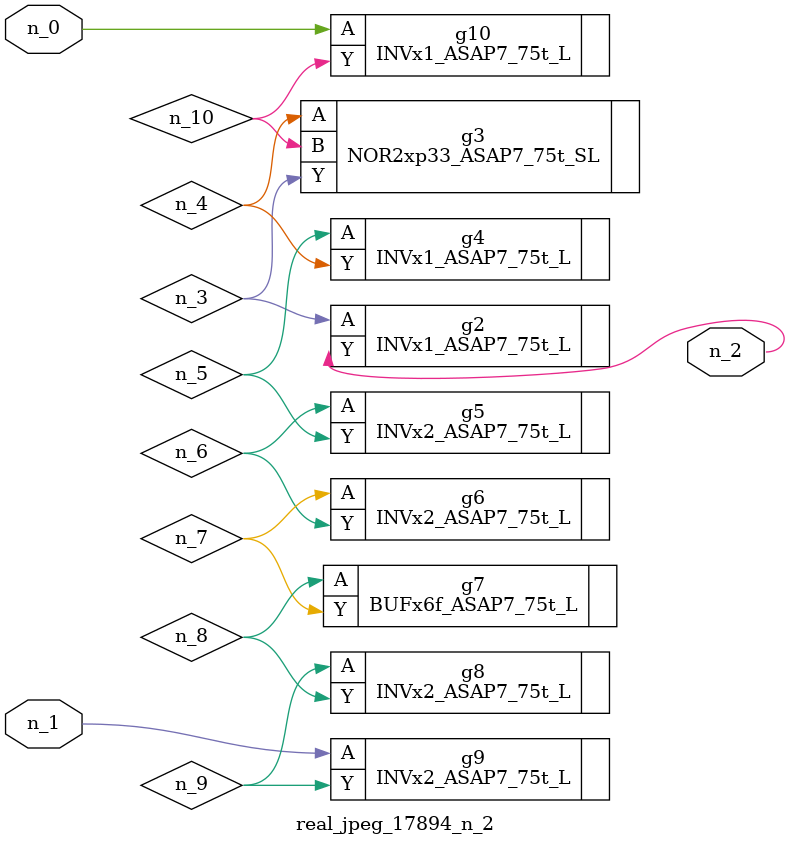
<source format=v>
module real_jpeg_17894_n_2 (n_1, n_0, n_2);

input n_1;
input n_0;

output n_2;

wire n_5;
wire n_4;
wire n_8;
wire n_6;
wire n_7;
wire n_3;
wire n_10;
wire n_9;

INVx1_ASAP7_75t_L g10 ( 
.A(n_0),
.Y(n_10)
);

INVx2_ASAP7_75t_L g9 ( 
.A(n_1),
.Y(n_9)
);

INVx1_ASAP7_75t_L g2 ( 
.A(n_3),
.Y(n_2)
);

NOR2xp33_ASAP7_75t_SL g3 ( 
.A(n_4),
.B(n_10),
.Y(n_3)
);

INVx1_ASAP7_75t_L g4 ( 
.A(n_5),
.Y(n_4)
);

INVx2_ASAP7_75t_L g5 ( 
.A(n_6),
.Y(n_5)
);

INVx2_ASAP7_75t_L g6 ( 
.A(n_7),
.Y(n_6)
);

BUFx6f_ASAP7_75t_L g7 ( 
.A(n_8),
.Y(n_7)
);

INVx2_ASAP7_75t_L g8 ( 
.A(n_9),
.Y(n_8)
);


endmodule
</source>
